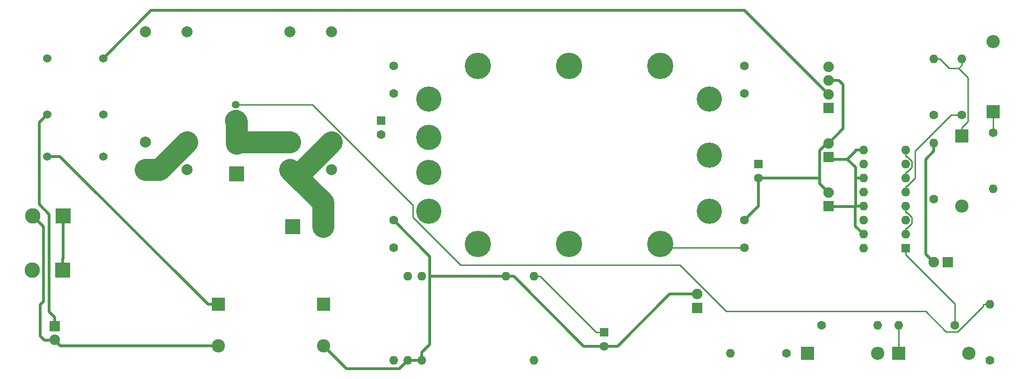
<source format=gbr>
G04 #@! TF.FileFunction,Copper,L2,Bot,Signal*
%FSLAX46Y46*%
G04 Gerber Fmt 4.6, Leading zero omitted, Abs format (unit mm)*
G04 Created by KiCad (PCBNEW 4.0.7) date 02/11/18 18:38:28*
%MOMM*%
%LPD*%
G01*
G04 APERTURE LIST*
%ADD10C,0.100000*%
%ADD11C,2.000000*%
%ADD12R,1.600000X1.600000*%
%ADD13O,1.600000X1.600000*%
%ADD14C,1.524000*%
%ADD15C,4.572000*%
%ADD16C,4.762500*%
%ADD17C,1.600000*%
%ADD18R,2.800000X2.800000*%
%ADD19C,2.800000*%
%ADD20R,1.900000X1.900000*%
%ADD21C,1.900000*%
%ADD22R,2.400000X2.400000*%
%ADD23O,2.400000X2.400000*%
%ADD24C,2.400000*%
%ADD25C,1.400000*%
%ADD26O,1.400000X1.400000*%
%ADD27C,0.250000*%
%ADD28C,0.500000*%
%ADD29C,1.399800*%
%ADD30C,4.000000*%
G04 APERTURE END LIST*
D10*
D11*
X71561000Y-61957000D03*
X79061000Y-61957000D03*
X71561000Y-56957000D03*
X79061000Y-56957000D03*
X71561000Y-36957000D03*
X79061000Y-36957000D03*
X45399000Y-61957000D03*
X52899000Y-61957000D03*
X45399000Y-56957000D03*
X52899000Y-56957000D03*
X45399000Y-36957000D03*
X52899000Y-36957000D03*
D12*
X183007000Y-76200000D03*
D13*
X175387000Y-58420000D03*
X183007000Y-73660000D03*
X175387000Y-60960000D03*
X183007000Y-71120000D03*
X175387000Y-63500000D03*
X183007000Y-68580000D03*
X175387000Y-66040000D03*
X183007000Y-66040000D03*
X175387000Y-68580000D03*
X183007000Y-63500000D03*
X175387000Y-71120000D03*
X183007000Y-60960000D03*
X175387000Y-73660000D03*
X183007000Y-58420000D03*
X175387000Y-76200000D03*
X90297000Y-96520000D03*
X92837000Y-96520000D03*
X95377000Y-96520000D03*
X115697000Y-96520000D03*
X115697000Y-81280000D03*
X110617000Y-81280000D03*
X95377000Y-81280000D03*
X92837000Y-81280000D03*
D14*
X27559000Y-41783000D03*
X27559000Y-51943000D03*
X27559000Y-59563000D03*
X37719000Y-41783000D03*
X37719000Y-51943000D03*
X37719000Y-59563000D03*
D15*
X96647000Y-69469000D03*
X96647000Y-62484000D03*
X96647000Y-56134000D03*
X96647000Y-49149000D03*
X147447000Y-69469000D03*
X147447000Y-59309000D03*
X147447000Y-49149000D03*
D16*
X105537000Y-43180000D03*
X122047000Y-75438000D03*
X105537000Y-75438000D03*
X138557000Y-75438000D03*
X122047000Y-43180000D03*
X138557000Y-43180000D03*
D17*
X198247000Y-96520000D03*
D13*
X198247000Y-86360000D03*
D17*
X167767000Y-90170000D03*
D13*
X177927000Y-90170000D03*
D17*
X161417000Y-95250000D03*
D13*
X151257000Y-95250000D03*
D17*
X191897000Y-90170000D03*
D13*
X181737000Y-90170000D03*
D17*
X188087000Y-67310000D03*
D13*
X188087000Y-57150000D03*
D17*
X188087000Y-52070000D03*
D13*
X188087000Y-41910000D03*
D17*
X198882000Y-55245000D03*
D13*
X198882000Y-65405000D03*
D17*
X193167000Y-52070000D03*
D13*
X193167000Y-41910000D03*
D18*
X72009000Y-72263000D03*
D19*
X77509000Y-72263000D03*
D20*
X169037000Y-68580000D03*
D21*
X169037000Y-66080000D03*
D20*
X169037000Y-59690000D03*
D21*
X169037000Y-57190000D03*
D20*
X145288000Y-86995000D03*
D21*
X145288000Y-84495000D03*
D20*
X28956000Y-90297000D03*
D21*
X28956000Y-92797000D03*
D18*
X30480000Y-70358000D03*
D19*
X24980000Y-70358000D03*
D20*
X169037000Y-50800000D03*
D21*
X169037000Y-48300000D03*
X169037000Y-45800000D03*
X169037000Y-43300000D03*
D18*
X30353000Y-80137000D03*
D19*
X24853000Y-80137000D03*
D22*
X181737000Y-95250000D03*
D23*
X194437000Y-95250000D03*
D22*
X165227000Y-95250000D03*
D23*
X177927000Y-95250000D03*
D22*
X193167000Y-55880000D03*
D23*
X193167000Y-68580000D03*
D22*
X198882000Y-51435000D03*
D23*
X198882000Y-38735000D03*
D12*
X128397000Y-91440000D03*
D17*
X128397000Y-93940000D03*
D22*
X77597000Y-86360000D03*
D24*
X77597000Y-93860000D03*
D22*
X58547000Y-86360000D03*
D24*
X58547000Y-93860000D03*
D12*
X156337000Y-60960000D03*
D17*
X156337000Y-63460000D03*
D12*
X88011000Y-53086000D03*
D17*
X88011000Y-55586000D03*
X90297000Y-43180000D03*
X90297000Y-48180000D03*
X153797000Y-43180000D03*
X153797000Y-48180000D03*
X90297000Y-71120000D03*
X90297000Y-76120000D03*
X153797000Y-71120000D03*
X153797000Y-76120000D03*
D20*
X190627000Y-78740000D03*
D21*
X188127000Y-78740000D03*
D18*
X61849000Y-62738000D03*
D19*
X61849000Y-57238000D03*
D25*
X61722000Y-50165000D03*
D26*
X61722000Y-52065000D03*
D27*
X139239000Y-76120000D02*
X138557000Y-75438000D01*
X153797000Y-76120000D02*
X139239000Y-76120000D01*
D28*
X27921500Y-87662200D02*
X28956000Y-88696700D01*
X27921500Y-70062400D02*
X27921500Y-87662200D01*
X26113700Y-68254600D02*
X27921500Y-70062400D01*
X26113700Y-53388300D02*
X26113700Y-68254600D01*
X27559000Y-51943000D02*
X26113700Y-53388300D01*
X28956000Y-90297000D02*
X28956000Y-88696700D01*
X111342200Y-81280000D02*
X112067300Y-81280000D01*
X111342200Y-81280000D02*
X110617000Y-81280000D01*
X110617000Y-81280000D02*
X109166700Y-81280000D01*
X124727300Y-93940000D02*
X128397000Y-93940000D01*
X112067300Y-81280000D02*
X124727300Y-93940000D01*
X140309100Y-84495000D02*
X145288000Y-84495000D01*
X130864100Y-93940000D02*
X140309100Y-84495000D01*
X128397000Y-93940000D02*
X130864100Y-93940000D01*
X96848000Y-93598700D02*
X95377000Y-95069700D01*
X96848000Y-81280000D02*
X96848000Y-93598700D01*
X96848000Y-77671000D02*
X96848000Y-81280000D01*
X90297000Y-71120000D02*
X96848000Y-77671000D01*
X96848000Y-81280000D02*
X109166700Y-81280000D01*
X95377000Y-96520000D02*
X95377000Y-95069700D01*
X95377000Y-96520000D02*
X93926700Y-96520000D01*
X91358200Y-97998800D02*
X92837000Y-96520000D01*
X81735800Y-97998800D02*
X91358200Y-97998800D01*
X77597000Y-93860000D02*
X81735800Y-97998800D01*
X92837000Y-96520000D02*
X93926700Y-96520000D01*
X26931100Y-72309100D02*
X24980000Y-70358000D01*
X26931100Y-85822000D02*
X26931100Y-72309100D01*
X26301300Y-86451800D02*
X26931100Y-85822000D01*
X26301300Y-92081200D02*
X26301300Y-86451800D01*
X27083500Y-92863400D02*
X26301300Y-92081200D01*
X28956000Y-92863400D02*
X27083500Y-92863400D01*
X29952600Y-93860000D02*
X28956000Y-92863400D01*
X58547000Y-93860000D02*
X29952600Y-93860000D01*
X28956000Y-92863400D02*
X28956000Y-92797000D01*
X156337000Y-68580000D02*
X156337000Y-63460000D01*
X153797000Y-71120000D02*
X156337000Y-68580000D01*
X171696400Y-54530600D02*
X169037000Y-57190000D01*
X171696400Y-46518100D02*
X171696400Y-54530600D01*
X170927600Y-45749300D02*
X171696400Y-46518100D01*
X169087700Y-45749300D02*
X170927600Y-45749300D01*
X169037000Y-45800000D02*
X169087700Y-45749300D01*
X167436600Y-63460000D02*
X156337000Y-63460000D01*
X167436600Y-58444300D02*
X167436600Y-63460000D01*
X168690900Y-57190000D02*
X167436600Y-58444300D01*
X169037000Y-57190000D02*
X168690900Y-57190000D01*
X167436600Y-64479600D02*
X169037000Y-66080000D01*
X167436600Y-63460000D02*
X167436600Y-64479600D01*
D27*
X126982300Y-91440000D02*
X116822300Y-81280000D01*
X128397000Y-91440000D02*
X126982300Y-91440000D01*
X115697000Y-81280000D02*
X116822300Y-81280000D01*
X198882000Y-51435000D02*
X198882000Y-55245000D01*
X193167000Y-41910000D02*
X193167000Y-43035300D01*
X188087000Y-41910000D02*
X189212300Y-41910000D01*
X190900200Y-43597900D02*
X192604400Y-43597900D01*
X189212300Y-41910000D02*
X190900200Y-43597900D01*
X192604400Y-43597900D02*
X193167000Y-43035300D01*
X194304100Y-53217600D02*
X193167000Y-54354700D01*
X194304100Y-45297600D02*
X194304100Y-53217600D01*
X192604400Y-43597900D02*
X194304100Y-45297600D01*
X193167000Y-55880000D02*
X193167000Y-54354700D01*
X183288400Y-59545300D02*
X183007000Y-59545300D01*
X184132300Y-60389200D02*
X183288400Y-59545300D01*
X184132300Y-61530700D02*
X184132300Y-60389200D01*
X183288300Y-62374700D02*
X184132300Y-61530700D01*
X183007000Y-62374700D02*
X183288300Y-62374700D01*
X183007000Y-63500000D02*
X183007000Y-62374700D01*
X183007000Y-58420000D02*
X183007000Y-59545300D01*
X181737000Y-95250000D02*
X181737000Y-90170000D01*
X183288400Y-72534700D02*
X183007000Y-72534700D01*
X184132300Y-71690800D02*
X183288400Y-72534700D01*
X184132300Y-70549300D02*
X184132300Y-71690800D01*
X183288300Y-69705300D02*
X184132300Y-70549300D01*
X183007000Y-69705300D02*
X183288300Y-69705300D01*
X183007000Y-68580000D02*
X183007000Y-69705300D01*
X183007000Y-73660000D02*
X183007000Y-72534700D01*
D28*
X46388600Y-33113400D02*
X37719000Y-41783000D01*
X153850400Y-33113400D02*
X46388600Y-33113400D01*
X169037000Y-48300000D02*
X153850400Y-33113400D01*
X186636600Y-60050700D02*
X188087000Y-58600300D01*
X186636600Y-77249600D02*
X186636600Y-60050700D01*
X188127000Y-78740000D02*
X186636600Y-77249600D01*
X188087000Y-57150000D02*
X188087000Y-58600300D01*
X175387000Y-58420000D02*
X173936700Y-58420000D01*
X173936700Y-58539300D02*
X172426100Y-60049900D01*
X173936700Y-58420000D02*
X173936700Y-58539300D01*
X169396900Y-60049900D02*
X169037000Y-59690000D01*
X172426100Y-60049900D02*
X169396900Y-60049900D01*
X173883300Y-72156300D02*
X175387000Y-73660000D01*
X173883300Y-68633400D02*
X173883300Y-72156300D01*
X175387000Y-68580000D02*
X173936700Y-68580000D01*
X175387000Y-63500000D02*
X173936700Y-63500000D01*
X173936700Y-61560500D02*
X172426100Y-60049900D01*
X173936700Y-63500000D02*
X173936700Y-61560500D01*
X169090400Y-68633400D02*
X173883300Y-68633400D01*
X169037000Y-68580000D02*
X169090400Y-68633400D01*
X173883300Y-68633400D02*
X173936700Y-68580000D01*
X173936700Y-68580000D02*
X173936700Y-63500000D01*
D29*
X61722000Y-53065400D02*
X61722000Y-52065000D01*
D30*
X61849000Y-56957000D02*
X71561000Y-56957000D01*
X61849000Y-53192400D02*
X61849000Y-56957000D01*
X61722000Y-53065400D02*
X61849000Y-53192400D01*
X61849000Y-56957000D02*
X61849000Y-57238000D01*
D27*
X183288300Y-64914700D02*
X183007000Y-64914700D01*
X184733200Y-63469800D02*
X183288300Y-64914700D01*
X184733200Y-58568600D02*
X184733200Y-63469800D01*
X191231800Y-52070000D02*
X184733200Y-58568600D01*
X193167000Y-52070000D02*
X191231800Y-52070000D01*
X183007000Y-66040000D02*
X183007000Y-64914700D01*
X191897000Y-86215300D02*
X183007000Y-77325300D01*
X191897000Y-90170000D02*
X191897000Y-86215300D01*
X183007000Y-76200000D02*
X183007000Y-77325300D01*
D28*
X30480000Y-77959700D02*
X30480000Y-70358000D01*
X30353000Y-78086700D02*
X30480000Y-77959700D01*
X30353000Y-80137000D02*
X30353000Y-78086700D01*
X29899700Y-59563000D02*
X27559000Y-59563000D01*
X56696700Y-86360000D02*
X29899700Y-59563000D01*
X58547000Y-86360000D02*
X56696700Y-86360000D01*
D30*
X79061000Y-56957000D02*
X72811000Y-63207000D01*
X77509000Y-67905000D02*
X72811000Y-63207000D01*
X77509000Y-72263000D02*
X77509000Y-67905000D01*
X72811000Y-63207000D02*
X71561000Y-61957000D01*
X47899000Y-61957000D02*
X52899000Y-56957000D01*
X45399000Y-61957000D02*
X47899000Y-61957000D01*
D27*
X197121700Y-86641300D02*
X197121700Y-86360000D01*
X192467000Y-91296000D02*
X197121700Y-86641300D01*
X190331200Y-91296000D02*
X192467000Y-91296000D01*
X186635600Y-87600400D02*
X190331200Y-91296000D01*
X150532600Y-87600400D02*
X186635600Y-87600400D01*
X142156300Y-79224100D02*
X150532600Y-87600400D01*
X102402900Y-79224100D02*
X142156300Y-79224100D01*
X93793000Y-70614200D02*
X102402900Y-79224100D01*
X93793000Y-68380500D02*
X93793000Y-70614200D01*
X75577500Y-50165000D02*
X93793000Y-68380500D01*
X61722000Y-50165000D02*
X75577500Y-50165000D01*
X198247000Y-86360000D02*
X197121700Y-86360000D01*
M02*

</source>
